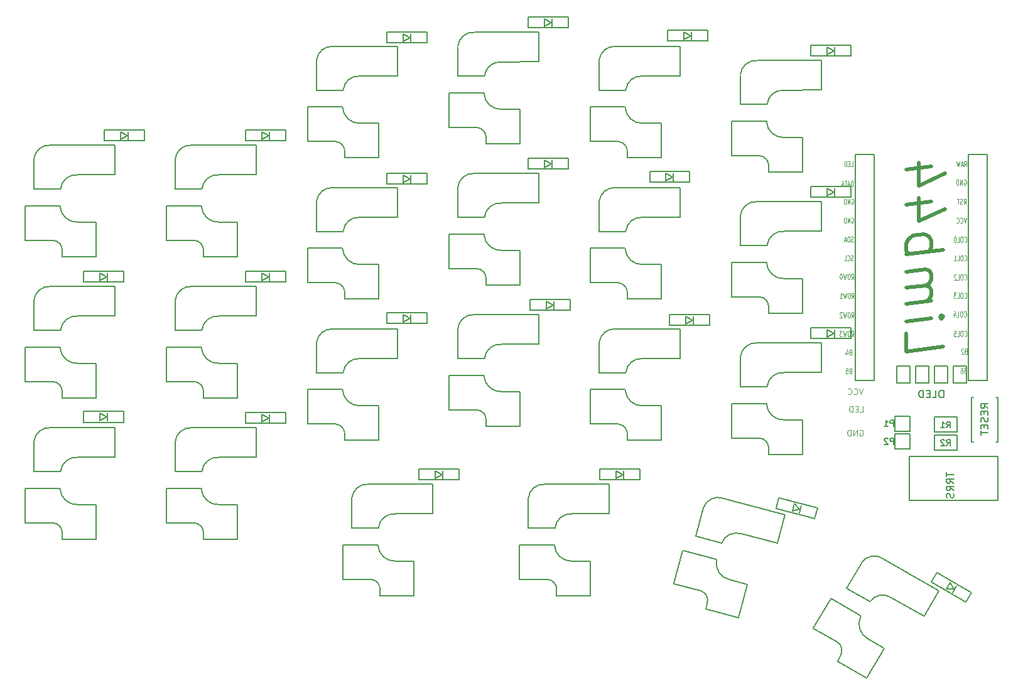
<source format=gbr>
%TF.GenerationSoftware,KiCad,Pcbnew,(5.1.7)-1*%
%TF.CreationDate,2020-11-08T23:06:54+09:00*%
%TF.ProjectId,limb44,6c696d62-3434-42e6-9b69-6361645f7063,rev?*%
%TF.SameCoordinates,Original*%
%TF.FileFunction,Legend,Bot*%
%TF.FilePolarity,Positive*%
%FSLAX46Y46*%
G04 Gerber Fmt 4.6, Leading zero omitted, Abs format (unit mm)*
G04 Created by KiCad (PCBNEW (5.1.7)-1) date 2020-11-08 23:06:54*
%MOMM*%
%LPD*%
G01*
G04 APERTURE LIST*
%ADD10C,0.100000*%
%ADD11C,0.500000*%
%ADD12C,0.150000*%
%ADD13C,0.125000*%
G04 APERTURE END LIST*
D10*
X175742523Y-110979000D02*
X175818714Y-110940904D01*
X175933000Y-110940904D01*
X176047285Y-110979000D01*
X176123476Y-111055190D01*
X176161571Y-111131380D01*
X176199666Y-111283761D01*
X176199666Y-111398047D01*
X176161571Y-111550428D01*
X176123476Y-111626619D01*
X176047285Y-111702809D01*
X175933000Y-111740904D01*
X175856809Y-111740904D01*
X175742523Y-111702809D01*
X175704428Y-111664714D01*
X175704428Y-111398047D01*
X175856809Y-111398047D01*
X175361571Y-111740904D02*
X175361571Y-110940904D01*
X174904428Y-111740904D01*
X174904428Y-110940904D01*
X174523476Y-111740904D02*
X174523476Y-110940904D01*
X174333000Y-110940904D01*
X174218714Y-110979000D01*
X174142523Y-111055190D01*
X174104428Y-111131380D01*
X174066333Y-111283761D01*
X174066333Y-111398047D01*
X174104428Y-111550428D01*
X174142523Y-111626619D01*
X174218714Y-111702809D01*
X174333000Y-111740904D01*
X174523476Y-111740904D01*
X175774285Y-108565904D02*
X176155238Y-108565904D01*
X176155238Y-107765904D01*
X175507619Y-108146857D02*
X175240952Y-108146857D01*
X175126666Y-108565904D02*
X175507619Y-108565904D01*
X175507619Y-107765904D01*
X175126666Y-107765904D01*
X174783809Y-108565904D02*
X174783809Y-107765904D01*
X174593333Y-107765904D01*
X174479047Y-107804000D01*
X174402857Y-107880190D01*
X174364761Y-107956380D01*
X174326666Y-108108761D01*
X174326666Y-108223047D01*
X174364761Y-108375428D01*
X174402857Y-108451619D01*
X174479047Y-108527809D01*
X174593333Y-108565904D01*
X174783809Y-108565904D01*
X176199666Y-105352904D02*
X175933000Y-106152904D01*
X175666333Y-105352904D01*
X174942523Y-106076714D02*
X174980619Y-106114809D01*
X175094904Y-106152904D01*
X175171095Y-106152904D01*
X175285380Y-106114809D01*
X175361571Y-106038619D01*
X175399666Y-105962428D01*
X175437761Y-105810047D01*
X175437761Y-105695761D01*
X175399666Y-105543380D01*
X175361571Y-105467190D01*
X175285380Y-105391000D01*
X175171095Y-105352904D01*
X175094904Y-105352904D01*
X174980619Y-105391000D01*
X174942523Y-105429095D01*
X174142523Y-106076714D02*
X174180619Y-106114809D01*
X174294904Y-106152904D01*
X174371095Y-106152904D01*
X174485380Y-106114809D01*
X174561571Y-106038619D01*
X174599666Y-105962428D01*
X174637761Y-105810047D01*
X174637761Y-105695761D01*
X174599666Y-105543380D01*
X174561571Y-105467190D01*
X174485380Y-105391000D01*
X174371095Y-105352904D01*
X174294904Y-105352904D01*
X174180619Y-105391000D01*
X174142523Y-105429095D01*
D11*
X182015095Y-97982613D02*
X182015095Y-100363565D01*
X187015095Y-99738565D01*
X182015095Y-96315946D02*
X185348428Y-95899279D01*
X187015095Y-95690946D02*
X186777000Y-95958803D01*
X186538904Y-95750470D01*
X186777000Y-95482613D01*
X187015095Y-95690946D01*
X186538904Y-95750470D01*
X182015095Y-93934994D02*
X185348428Y-93518327D01*
X184872238Y-93577851D02*
X185110333Y-93309994D01*
X185348428Y-92804041D01*
X185348428Y-92089755D01*
X185110333Y-91643327D01*
X184634142Y-91464755D01*
X182015095Y-91792136D01*
X184634142Y-91464755D02*
X185110333Y-91167136D01*
X185348428Y-90661184D01*
X185348428Y-89946898D01*
X185110333Y-89500470D01*
X184634142Y-89321898D01*
X182015095Y-89649279D01*
X182015095Y-87268327D02*
X187015095Y-86643327D01*
X185110333Y-86881422D02*
X185348428Y-86375470D01*
X185348428Y-85423089D01*
X185110333Y-84976660D01*
X184872238Y-84768327D01*
X184396047Y-84589755D01*
X182967476Y-84768327D01*
X182491285Y-85065946D01*
X182253190Y-85333803D01*
X182015095Y-85839755D01*
X182015095Y-86792136D01*
X182253190Y-87238565D01*
X185348428Y-80184994D02*
X182015095Y-80601660D01*
X187253190Y-81137375D02*
X183681761Y-82774279D01*
X183681761Y-79679041D01*
X185348428Y-75423089D02*
X182015095Y-75839755D01*
X187253190Y-76375470D02*
X183681761Y-78012375D01*
X183681761Y-74917136D01*
D12*
%TO.C,SW5*%
X144405000Y-73540000D02*
X144405000Y-74240000D01*
X139410000Y-67440000D02*
X139385000Y-72040000D01*
X148985000Y-69640000D02*
X148985000Y-74240000D01*
X143185000Y-72065000D02*
X139410000Y-72065000D01*
X144110000Y-67415000D02*
X139410000Y-67415000D01*
X148960000Y-69615000D02*
X146410000Y-69615000D01*
X148960000Y-74265000D02*
X144410000Y-74265000D01*
X151485000Y-63190000D02*
X146435000Y-63236000D01*
X151485000Y-63144000D02*
X151485000Y-59236000D01*
X151485000Y-59236000D02*
X142860000Y-59236000D01*
X140585000Y-61190000D02*
X140585000Y-65135000D01*
X140585000Y-65144000D02*
X144195000Y-65144000D01*
X144405000Y-73490000D02*
G75*
G03*
X143185000Y-72070000I-1320000J100000D01*
G01*
X144115000Y-67440000D02*
G75*
G03*
X146485000Y-69610000I2270000J100000D01*
G01*
X144200000Y-65120000D02*
G75*
G02*
X146460000Y-63240000I2070000J-190000D01*
G01*
X140596000Y-61120000D02*
G75*
G02*
X142860000Y-59236000I2074000J-190000D01*
G01*
%TO.C,P1*%
X180483000Y-109109000D02*
X182483000Y-109109000D01*
X182483000Y-109109000D02*
X182483000Y-111109000D01*
X182483000Y-111109000D02*
X180483000Y-111109000D01*
X180483000Y-111109000D02*
X180483000Y-109109000D01*
%TO.C,P2*%
X180483000Y-113522000D02*
X180483000Y-111522000D01*
X182483000Y-113522000D02*
X180483000Y-113522000D01*
X182483000Y-111522000D02*
X182483000Y-113522000D01*
X180483000Y-111522000D02*
X182483000Y-111522000D01*
%TO.C,SW1*%
X64385000Y-78469000D02*
X67995000Y-78469000D01*
X64385000Y-74515000D02*
X64385000Y-78460000D01*
X75285000Y-72561000D02*
X66660000Y-72561000D01*
X75285000Y-76469000D02*
X75285000Y-72561000D01*
X75285000Y-76515000D02*
X70235000Y-76561000D01*
X72760000Y-87590000D02*
X68210000Y-87590000D01*
X72760000Y-82940000D02*
X70210000Y-82940000D01*
X67910000Y-80740000D02*
X63210000Y-80740000D01*
X66985000Y-85390000D02*
X63210000Y-85390000D01*
X72785000Y-82965000D02*
X72785000Y-87565000D01*
X63210000Y-80765000D02*
X63185000Y-85365000D01*
X68205000Y-86865000D02*
X68205000Y-87565000D01*
X64396000Y-74445000D02*
G75*
G02*
X66660000Y-72561000I2074000J-190000D01*
G01*
X68000000Y-78445000D02*
G75*
G02*
X70260000Y-76565000I2070000J-190000D01*
G01*
X67915000Y-80765000D02*
G75*
G03*
X70285000Y-82935000I2270000J100000D01*
G01*
X68205000Y-86815000D02*
G75*
G03*
X66985000Y-85395000I-1320000J100000D01*
G01*
%TO.C,SW18*%
X163455000Y-113535000D02*
X163455000Y-114235000D01*
X158460000Y-107435000D02*
X158435000Y-112035000D01*
X168035000Y-109635000D02*
X168035000Y-114235000D01*
X162235000Y-112060000D02*
X158460000Y-112060000D01*
X163160000Y-107410000D02*
X158460000Y-107410000D01*
X168010000Y-109610000D02*
X165460000Y-109610000D01*
X168010000Y-114260000D02*
X163460000Y-114260000D01*
X170535000Y-103185000D02*
X165485000Y-103231000D01*
X170535000Y-103139000D02*
X170535000Y-99231000D01*
X170535000Y-99231000D02*
X161910000Y-99231000D01*
X159635000Y-101185000D02*
X159635000Y-105130000D01*
X159635000Y-105139000D02*
X163245000Y-105139000D01*
X163455000Y-113485000D02*
G75*
G03*
X162235000Y-112065000I-1320000J100000D01*
G01*
X163165000Y-107435000D02*
G75*
G03*
X165535000Y-109605000I2270000J100000D01*
G01*
X163250000Y-105115000D02*
G75*
G02*
X165510000Y-103235000I2070000J-190000D01*
G01*
X159646000Y-101115000D02*
G75*
G02*
X161910000Y-99231000I2074000J-190000D01*
G01*
%TO.C,SW22*%
X173975245Y-132314041D02*
X177101597Y-134119041D01*
X175952245Y-128889777D02*
X173979745Y-132306247D01*
X186368922Y-132647563D02*
X178899453Y-128335063D01*
X184414922Y-136031990D02*
X186368922Y-132647563D01*
X184391922Y-136071828D02*
X179995494Y-133586665D01*
X176667708Y-144400559D02*
X172727292Y-142125559D01*
X178992708Y-140373541D02*
X176784343Y-139098541D01*
X175892485Y-136043285D02*
X171822165Y-133693285D01*
X172766411Y-139607803D02*
X169497165Y-137720303D01*
X179001858Y-140407691D02*
X176701858Y-144391408D01*
X171809665Y-133714936D02*
X169488015Y-137686152D01*
X173085462Y-141495191D02*
X172735462Y-142101408D01*
X175996771Y-128834655D02*
G75*
G02*
X178899453Y-128335063I1701137J-1201545D01*
G01*
X177117927Y-134100756D02*
G75*
G02*
X180015144Y-133602629I1697672J-1199545D01*
G01*
X175884314Y-136067436D02*
G75*
G03*
X176851795Y-139131711I2015878J-1048397D01*
G01*
X173110463Y-141451889D02*
G75*
G03*
X172763911Y-139612133I-1093154J746602D01*
G01*
%TO.C,SW12*%
X163455000Y-94485000D02*
X163455000Y-95185000D01*
X158460000Y-88385000D02*
X158435000Y-92985000D01*
X168035000Y-90585000D02*
X168035000Y-95185000D01*
X162235000Y-93010000D02*
X158460000Y-93010000D01*
X163160000Y-88360000D02*
X158460000Y-88360000D01*
X168010000Y-90560000D02*
X165460000Y-90560000D01*
X168010000Y-95210000D02*
X163460000Y-95210000D01*
X170535000Y-84135000D02*
X165485000Y-84181000D01*
X170535000Y-84089000D02*
X170535000Y-80181000D01*
X170535000Y-80181000D02*
X161910000Y-80181000D01*
X159635000Y-82135000D02*
X159635000Y-86080000D01*
X159635000Y-86089000D02*
X163245000Y-86089000D01*
X163455000Y-94435000D02*
G75*
G03*
X162235000Y-93015000I-1320000J100000D01*
G01*
X163165000Y-88385000D02*
G75*
G03*
X165535000Y-90555000I2270000J100000D01*
G01*
X163250000Y-86065000D02*
G75*
G02*
X165510000Y-84185000I2070000J-190000D01*
G01*
X159646000Y-82065000D02*
G75*
G02*
X161910000Y-80181000I2074000J-190000D01*
G01*
%TO.C,SW4*%
X125355000Y-71645000D02*
X125355000Y-72345000D01*
X120360000Y-65545000D02*
X120335000Y-70145000D01*
X129935000Y-67745000D02*
X129935000Y-72345000D01*
X124135000Y-70170000D02*
X120360000Y-70170000D01*
X125060000Y-65520000D02*
X120360000Y-65520000D01*
X129910000Y-67720000D02*
X127360000Y-67720000D01*
X129910000Y-72370000D02*
X125360000Y-72370000D01*
X132435000Y-61295000D02*
X127385000Y-61341000D01*
X132435000Y-61249000D02*
X132435000Y-57341000D01*
X132435000Y-57341000D02*
X123810000Y-57341000D01*
X121535000Y-59295000D02*
X121535000Y-63240000D01*
X121535000Y-63249000D02*
X125145000Y-63249000D01*
X125355000Y-71595000D02*
G75*
G03*
X124135000Y-70175000I-1320000J100000D01*
G01*
X125065000Y-65545000D02*
G75*
G03*
X127435000Y-67715000I2270000J100000D01*
G01*
X125150000Y-63225000D02*
G75*
G02*
X127410000Y-61345000I2070000J-190000D01*
G01*
X121546000Y-59225000D02*
G75*
G02*
X123810000Y-57341000I2074000J-190000D01*
G01*
%TO.C,SW13*%
X68205000Y-124965000D02*
X68205000Y-125665000D01*
X63210000Y-118865000D02*
X63185000Y-123465000D01*
X72785000Y-121065000D02*
X72785000Y-125665000D01*
X66985000Y-123490000D02*
X63210000Y-123490000D01*
X67910000Y-118840000D02*
X63210000Y-118840000D01*
X72760000Y-121040000D02*
X70210000Y-121040000D01*
X72760000Y-125690000D02*
X68210000Y-125690000D01*
X75285000Y-114615000D02*
X70235000Y-114661000D01*
X75285000Y-114569000D02*
X75285000Y-110661000D01*
X75285000Y-110661000D02*
X66660000Y-110661000D01*
X64385000Y-112615000D02*
X64385000Y-116560000D01*
X64385000Y-116569000D02*
X67995000Y-116569000D01*
X68205000Y-124915000D02*
G75*
G03*
X66985000Y-123495000I-1320000J100000D01*
G01*
X67915000Y-118865000D02*
G75*
G03*
X70285000Y-121035000I2270000J100000D01*
G01*
X68000000Y-116545000D02*
G75*
G02*
X70260000Y-114665000I2070000J-190000D01*
G01*
X64396000Y-112545000D02*
G75*
G02*
X66660000Y-110661000I2074000J-190000D01*
G01*
%TO.C,D11*%
X150614000Y-77325000D02*
X150614000Y-76325000D01*
X150514000Y-76825000D02*
X149614000Y-77325000D01*
X149614000Y-77325000D02*
X149614000Y-76325000D01*
X149614000Y-76325000D02*
X150514000Y-76825000D01*
X147414000Y-77575000D02*
X152814000Y-77575000D01*
X152814000Y-77575000D02*
X152814000Y-76075000D01*
X152814000Y-76075000D02*
X147414000Y-76075000D01*
X147414000Y-76075000D02*
X147414000Y-77575000D01*
%TO.C,SW11*%
X140585000Y-84194000D02*
X144195000Y-84194000D01*
X140585000Y-80240000D02*
X140585000Y-84185000D01*
X151485000Y-78286000D02*
X142860000Y-78286000D01*
X151485000Y-82194000D02*
X151485000Y-78286000D01*
X151485000Y-82240000D02*
X146435000Y-82286000D01*
X148960000Y-93315000D02*
X144410000Y-93315000D01*
X148960000Y-88665000D02*
X146410000Y-88665000D01*
X144110000Y-86465000D02*
X139410000Y-86465000D01*
X143185000Y-91115000D02*
X139410000Y-91115000D01*
X148985000Y-88690000D02*
X148985000Y-93290000D01*
X139410000Y-86490000D02*
X139385000Y-91090000D01*
X144405000Y-92590000D02*
X144405000Y-93290000D01*
X140596000Y-80170000D02*
G75*
G02*
X142860000Y-78286000I2074000J-190000D01*
G01*
X144200000Y-84170000D02*
G75*
G02*
X146460000Y-82290000I2070000J-190000D01*
G01*
X144115000Y-86490000D02*
G75*
G03*
X146485000Y-88660000I2270000J100000D01*
G01*
X144405000Y-92540000D02*
G75*
G03*
X143185000Y-91120000I-1320000J100000D01*
G01*
%TO.C,SW8*%
X87255000Y-105915000D02*
X87255000Y-106615000D01*
X82260000Y-99815000D02*
X82235000Y-104415000D01*
X91835000Y-102015000D02*
X91835000Y-106615000D01*
X86035000Y-104440000D02*
X82260000Y-104440000D01*
X86960000Y-99790000D02*
X82260000Y-99790000D01*
X91810000Y-101990000D02*
X89260000Y-101990000D01*
X91810000Y-106640000D02*
X87260000Y-106640000D01*
X94335000Y-95565000D02*
X89285000Y-95611000D01*
X94335000Y-95519000D02*
X94335000Y-91611000D01*
X94335000Y-91611000D02*
X85710000Y-91611000D01*
X83435000Y-93565000D02*
X83435000Y-97510000D01*
X83435000Y-97519000D02*
X87045000Y-97519000D01*
X87255000Y-105865000D02*
G75*
G03*
X86035000Y-104445000I-1320000J100000D01*
G01*
X86965000Y-99815000D02*
G75*
G03*
X89335000Y-101985000I2270000J100000D01*
G01*
X87050000Y-97495000D02*
G75*
G02*
X89310000Y-95615000I2070000J-190000D01*
G01*
X83446000Y-93495000D02*
G75*
G02*
X85710000Y-91611000I2074000J-190000D01*
G01*
%TO.C,SW7*%
X64385000Y-97519000D02*
X67995000Y-97519000D01*
X64385000Y-93565000D02*
X64385000Y-97510000D01*
X75285000Y-91611000D02*
X66660000Y-91611000D01*
X75285000Y-95519000D02*
X75285000Y-91611000D01*
X75285000Y-95565000D02*
X70235000Y-95611000D01*
X72760000Y-106640000D02*
X68210000Y-106640000D01*
X72760000Y-101990000D02*
X70210000Y-101990000D01*
X67910000Y-99790000D02*
X63210000Y-99790000D01*
X66985000Y-104440000D02*
X63210000Y-104440000D01*
X72785000Y-102015000D02*
X72785000Y-106615000D01*
X63210000Y-99815000D02*
X63185000Y-104415000D01*
X68205000Y-105915000D02*
X68205000Y-106615000D01*
X64396000Y-93495000D02*
G75*
G02*
X66660000Y-91611000I2074000J-190000D01*
G01*
X68000000Y-97495000D02*
G75*
G02*
X70260000Y-95615000I2070000J-190000D01*
G01*
X67915000Y-99815000D02*
G75*
G03*
X70285000Y-101985000I2270000J100000D01*
G01*
X68205000Y-105865000D02*
G75*
G03*
X66985000Y-104445000I-1320000J100000D01*
G01*
%TO.C,J1*%
X182387000Y-114503000D02*
X194387000Y-114503000D01*
X182387000Y-120503000D02*
X182387000Y-114503000D01*
X194387000Y-120503000D02*
X182387000Y-120503000D01*
X194387000Y-114503000D02*
X194387000Y-120503000D01*
%TO.C,RSW1*%
X190837000Y-106601000D02*
X191087000Y-106601000D01*
X190837000Y-112601000D02*
X190837000Y-106601000D01*
X191087000Y-112601000D02*
X190837000Y-112601000D01*
X194337000Y-112601000D02*
X194087000Y-112601000D01*
X194337000Y-106601000D02*
X194337000Y-112601000D01*
X194087000Y-106601000D02*
X194337000Y-106601000D01*
%TO.C,SW2*%
X87255000Y-86865000D02*
X87255000Y-87565000D01*
X82260000Y-80765000D02*
X82235000Y-85365000D01*
X91835000Y-82965000D02*
X91835000Y-87565000D01*
X86035000Y-85390000D02*
X82260000Y-85390000D01*
X86960000Y-80740000D02*
X82260000Y-80740000D01*
X91810000Y-82940000D02*
X89260000Y-82940000D01*
X91810000Y-87590000D02*
X87260000Y-87590000D01*
X94335000Y-76515000D02*
X89285000Y-76561000D01*
X94335000Y-76469000D02*
X94335000Y-72561000D01*
X94335000Y-72561000D02*
X85710000Y-72561000D01*
X83435000Y-74515000D02*
X83435000Y-78460000D01*
X83435000Y-78469000D02*
X87045000Y-78469000D01*
X87255000Y-86815000D02*
G75*
G03*
X86035000Y-85395000I-1320000J100000D01*
G01*
X86965000Y-80765000D02*
G75*
G03*
X89335000Y-82935000I2270000J100000D01*
G01*
X87050000Y-78445000D02*
G75*
G02*
X89310000Y-76565000I2070000J-190000D01*
G01*
X83446000Y-74445000D02*
G75*
G02*
X85710000Y-72561000I2074000J-190000D01*
G01*
%TO.C,SW3*%
X106305000Y-73540000D02*
X106305000Y-74240000D01*
X101310000Y-67440000D02*
X101285000Y-72040000D01*
X110885000Y-69640000D02*
X110885000Y-74240000D01*
X105085000Y-72065000D02*
X101310000Y-72065000D01*
X106010000Y-67415000D02*
X101310000Y-67415000D01*
X110860000Y-69615000D02*
X108310000Y-69615000D01*
X110860000Y-74265000D02*
X106310000Y-74265000D01*
X113385000Y-63190000D02*
X108335000Y-63236000D01*
X113385000Y-63144000D02*
X113385000Y-59236000D01*
X113385000Y-59236000D02*
X104760000Y-59236000D01*
X102485000Y-61190000D02*
X102485000Y-65135000D01*
X102485000Y-65144000D02*
X106095000Y-65144000D01*
X106305000Y-73490000D02*
G75*
G03*
X105085000Y-72070000I-1320000J100000D01*
G01*
X106015000Y-67440000D02*
G75*
G03*
X108385000Y-69610000I2270000J100000D01*
G01*
X106100000Y-65120000D02*
G75*
G02*
X108360000Y-63240000I2070000J-190000D01*
G01*
X102496000Y-61120000D02*
G75*
G02*
X104760000Y-59236000I2074000J-190000D01*
G01*
%TO.C,SW6*%
X159635000Y-67059000D02*
X163245000Y-67059000D01*
X159635000Y-63105000D02*
X159635000Y-67050000D01*
X170535000Y-61151000D02*
X161910000Y-61151000D01*
X170535000Y-65059000D02*
X170535000Y-61151000D01*
X170535000Y-65105000D02*
X165485000Y-65151000D01*
X168010000Y-76180000D02*
X163460000Y-76180000D01*
X168010000Y-71530000D02*
X165460000Y-71530000D01*
X163160000Y-69330000D02*
X158460000Y-69330000D01*
X162235000Y-73980000D02*
X158460000Y-73980000D01*
X168035000Y-71555000D02*
X168035000Y-76155000D01*
X158460000Y-69355000D02*
X158435000Y-73955000D01*
X163455000Y-75455000D02*
X163455000Y-76155000D01*
X159646000Y-63035000D02*
G75*
G02*
X161910000Y-61151000I2074000J-190000D01*
G01*
X163250000Y-67035000D02*
G75*
G02*
X165510000Y-65155000I2070000J-190000D01*
G01*
X163165000Y-69355000D02*
G75*
G03*
X165535000Y-71525000I2270000J100000D01*
G01*
X163455000Y-75405000D02*
G75*
G03*
X162235000Y-73985000I-1320000J100000D01*
G01*
%TO.C,SW9*%
X102485000Y-84194000D02*
X106095000Y-84194000D01*
X102485000Y-80240000D02*
X102485000Y-84185000D01*
X113385000Y-78286000D02*
X104760000Y-78286000D01*
X113385000Y-82194000D02*
X113385000Y-78286000D01*
X113385000Y-82240000D02*
X108335000Y-82286000D01*
X110860000Y-93315000D02*
X106310000Y-93315000D01*
X110860000Y-88665000D02*
X108310000Y-88665000D01*
X106010000Y-86465000D02*
X101310000Y-86465000D01*
X105085000Y-91115000D02*
X101310000Y-91115000D01*
X110885000Y-88690000D02*
X110885000Y-93290000D01*
X101310000Y-86490000D02*
X101285000Y-91090000D01*
X106305000Y-92590000D02*
X106305000Y-93290000D01*
X102496000Y-80170000D02*
G75*
G02*
X104760000Y-78286000I2074000J-190000D01*
G01*
X106100000Y-84170000D02*
G75*
G02*
X108360000Y-82290000I2070000J-190000D01*
G01*
X106015000Y-86490000D02*
G75*
G03*
X108385000Y-88660000I2270000J100000D01*
G01*
X106305000Y-92540000D02*
G75*
G03*
X105085000Y-91120000I-1320000J100000D01*
G01*
%TO.C,SW10*%
X121535000Y-82279000D02*
X125145000Y-82279000D01*
X121535000Y-78325000D02*
X121535000Y-82270000D01*
X132435000Y-76371000D02*
X123810000Y-76371000D01*
X132435000Y-80279000D02*
X132435000Y-76371000D01*
X132435000Y-80325000D02*
X127385000Y-80371000D01*
X129910000Y-91400000D02*
X125360000Y-91400000D01*
X129910000Y-86750000D02*
X127360000Y-86750000D01*
X125060000Y-84550000D02*
X120360000Y-84550000D01*
X124135000Y-89200000D02*
X120360000Y-89200000D01*
X129935000Y-86775000D02*
X129935000Y-91375000D01*
X120360000Y-84575000D02*
X120335000Y-89175000D01*
X125355000Y-90675000D02*
X125355000Y-91375000D01*
X121546000Y-78255000D02*
G75*
G02*
X123810000Y-76371000I2074000J-190000D01*
G01*
X125150000Y-82255000D02*
G75*
G02*
X127410000Y-80375000I2070000J-190000D01*
G01*
X125065000Y-84575000D02*
G75*
G03*
X127435000Y-86745000I2270000J100000D01*
G01*
X125355000Y-90625000D02*
G75*
G03*
X124135000Y-89205000I-1320000J100000D01*
G01*
%TO.C,SW14*%
X83435000Y-116569000D02*
X87045000Y-116569000D01*
X83435000Y-112615000D02*
X83435000Y-116560000D01*
X94335000Y-110661000D02*
X85710000Y-110661000D01*
X94335000Y-114569000D02*
X94335000Y-110661000D01*
X94335000Y-114615000D02*
X89285000Y-114661000D01*
X91810000Y-125690000D02*
X87260000Y-125690000D01*
X91810000Y-121040000D02*
X89260000Y-121040000D01*
X86960000Y-118840000D02*
X82260000Y-118840000D01*
X86035000Y-123490000D02*
X82260000Y-123490000D01*
X91835000Y-121065000D02*
X91835000Y-125665000D01*
X82260000Y-118865000D02*
X82235000Y-123465000D01*
X87255000Y-124965000D02*
X87255000Y-125665000D01*
X83446000Y-112545000D02*
G75*
G02*
X85710000Y-110661000I2074000J-190000D01*
G01*
X87050000Y-116545000D02*
G75*
G02*
X89310000Y-114665000I2070000J-190000D01*
G01*
X86965000Y-118865000D02*
G75*
G03*
X89335000Y-121035000I2270000J100000D01*
G01*
X87255000Y-124915000D02*
G75*
G03*
X86035000Y-123495000I-1320000J100000D01*
G01*
%TO.C,SW15*%
X106305000Y-111640000D02*
X106305000Y-112340000D01*
X101310000Y-105540000D02*
X101285000Y-110140000D01*
X110885000Y-107740000D02*
X110885000Y-112340000D01*
X105085000Y-110165000D02*
X101310000Y-110165000D01*
X106010000Y-105515000D02*
X101310000Y-105515000D01*
X110860000Y-107715000D02*
X108310000Y-107715000D01*
X110860000Y-112365000D02*
X106310000Y-112365000D01*
X113385000Y-101290000D02*
X108335000Y-101336000D01*
X113385000Y-101244000D02*
X113385000Y-97336000D01*
X113385000Y-97336000D02*
X104760000Y-97336000D01*
X102485000Y-99290000D02*
X102485000Y-103235000D01*
X102485000Y-103244000D02*
X106095000Y-103244000D01*
X106305000Y-111590000D02*
G75*
G03*
X105085000Y-110170000I-1320000J100000D01*
G01*
X106015000Y-105540000D02*
G75*
G03*
X108385000Y-107710000I2270000J100000D01*
G01*
X106100000Y-103220000D02*
G75*
G02*
X108360000Y-101340000I2070000J-190000D01*
G01*
X102496000Y-99220000D02*
G75*
G02*
X104760000Y-97336000I2074000J-190000D01*
G01*
%TO.C,SW16*%
X121535000Y-101329000D02*
X125145000Y-101329000D01*
X121535000Y-97375000D02*
X121535000Y-101320000D01*
X132435000Y-95421000D02*
X123810000Y-95421000D01*
X132435000Y-99329000D02*
X132435000Y-95421000D01*
X132435000Y-99375000D02*
X127385000Y-99421000D01*
X129910000Y-110450000D02*
X125360000Y-110450000D01*
X129910000Y-105800000D02*
X127360000Y-105800000D01*
X125060000Y-103600000D02*
X120360000Y-103600000D01*
X124135000Y-108250000D02*
X120360000Y-108250000D01*
X129935000Y-105825000D02*
X129935000Y-110425000D01*
X120360000Y-103625000D02*
X120335000Y-108225000D01*
X125355000Y-109725000D02*
X125355000Y-110425000D01*
X121546000Y-97305000D02*
G75*
G02*
X123810000Y-95421000I2074000J-190000D01*
G01*
X125150000Y-101305000D02*
G75*
G02*
X127410000Y-99425000I2070000J-190000D01*
G01*
X125065000Y-103625000D02*
G75*
G03*
X127435000Y-105795000I2270000J100000D01*
G01*
X125355000Y-109675000D02*
G75*
G03*
X124135000Y-108255000I-1320000J100000D01*
G01*
%TO.C,SW17*%
X140585000Y-103244000D02*
X144195000Y-103244000D01*
X140585000Y-99290000D02*
X140585000Y-103235000D01*
X151485000Y-97336000D02*
X142860000Y-97336000D01*
X151485000Y-101244000D02*
X151485000Y-97336000D01*
X151485000Y-101290000D02*
X146435000Y-101336000D01*
X148960000Y-112365000D02*
X144410000Y-112365000D01*
X148960000Y-107715000D02*
X146410000Y-107715000D01*
X144110000Y-105515000D02*
X139410000Y-105515000D01*
X143185000Y-110165000D02*
X139410000Y-110165000D01*
X148985000Y-107740000D02*
X148985000Y-112340000D01*
X139410000Y-105540000D02*
X139385000Y-110140000D01*
X144405000Y-111640000D02*
X144405000Y-112340000D01*
X140596000Y-99220000D02*
G75*
G02*
X142860000Y-97336000I2074000J-190000D01*
G01*
X144200000Y-103220000D02*
G75*
G02*
X146460000Y-101340000I2070000J-190000D01*
G01*
X144115000Y-105540000D02*
G75*
G03*
X146485000Y-107710000I2270000J100000D01*
G01*
X144405000Y-111590000D02*
G75*
G03*
X143185000Y-110170000I-1320000J100000D01*
G01*
%TO.C,SW19*%
X107240000Y-124189000D02*
X110850000Y-124189000D01*
X107240000Y-120235000D02*
X107240000Y-124180000D01*
X118140000Y-118281000D02*
X109515000Y-118281000D01*
X118140000Y-122189000D02*
X118140000Y-118281000D01*
X118140000Y-122235000D02*
X113090000Y-122281000D01*
X115615000Y-133310000D02*
X111065000Y-133310000D01*
X115615000Y-128660000D02*
X113065000Y-128660000D01*
X110765000Y-126460000D02*
X106065000Y-126460000D01*
X109840000Y-131110000D02*
X106065000Y-131110000D01*
X115639999Y-128685000D02*
X115639999Y-133285000D01*
X106065000Y-126485000D02*
X106040000Y-131084999D01*
X111060000Y-132585000D02*
X111060000Y-133285000D01*
X107251000Y-120165000D02*
G75*
G02*
X109515000Y-118281000I2074000J-190000D01*
G01*
X110854999Y-124164999D02*
G75*
G02*
X113115000Y-122285000I2070000J-190001D01*
G01*
X110770000Y-126485000D02*
G75*
G03*
X113140000Y-128655000I2270000J100000D01*
G01*
X111060001Y-132534999D02*
G75*
G03*
X109840000Y-131115000I-1320000J99999D01*
G01*
%TO.C,SW20*%
X131050000Y-124189000D02*
X134660000Y-124189000D01*
X131050000Y-120235000D02*
X131050000Y-124180000D01*
X141950000Y-118281000D02*
X133325000Y-118281000D01*
X141950000Y-122189000D02*
X141950000Y-118281000D01*
X141950000Y-122235000D02*
X136900000Y-122281000D01*
X139425000Y-133310000D02*
X134875000Y-133310000D01*
X139425000Y-128660000D02*
X136875000Y-128660000D01*
X134575000Y-126460000D02*
X129875000Y-126460000D01*
X133650000Y-131110000D02*
X129875000Y-131110000D01*
X139450000Y-128685000D02*
X139450000Y-133285000D01*
X129875000Y-126485000D02*
X129850000Y-131085000D01*
X134870000Y-132585000D02*
X134870000Y-133285000D01*
X131061000Y-120165000D02*
G75*
G02*
X133325000Y-118281000I2074000J-190000D01*
G01*
X134665000Y-124165000D02*
G75*
G02*
X136925000Y-122285000I2070000J-190000D01*
G01*
X134580000Y-126485000D02*
G75*
G03*
X136950000Y-128655000I2270000J100000D01*
G01*
X134870000Y-132535000D02*
G75*
G03*
X133650000Y-131115000I-1320000J100000D01*
G01*
%TO.C,SW21*%
X155141546Y-134404336D02*
X154960373Y-135080484D01*
X151895543Y-127219388D02*
X150680827Y-131656176D01*
X160574881Y-131822617D02*
X159384313Y-136265876D01*
X154344875Y-132663836D02*
X150698505Y-131686795D01*
X156441865Y-128411689D02*
X151902013Y-127195239D01*
X160557203Y-131791998D02*
X158094092Y-131132010D01*
X159353695Y-136283553D02*
X154958732Y-135105927D01*
X164659078Y-126239443D02*
X159769247Y-124976839D01*
X164670984Y-126195010D02*
X165682449Y-122420172D01*
X165682449Y-122420172D02*
X157351338Y-120187858D01*
X154648125Y-121486464D02*
X153627084Y-125297041D01*
X153624754Y-125305734D02*
X157111747Y-126240071D01*
X155154487Y-134356040D02*
G75*
G03*
X154343581Y-132668666I-1249140J438234D01*
G01*
X156440224Y-128437132D02*
G75*
G03*
X158167831Y-131146591I2218533J-490926D01*
G01*
X157122788Y-126218183D02*
G75*
G02*
X159792360Y-124987173I1950291J-719281D01*
G01*
X154676868Y-121421696D02*
G75*
G02*
X157351338Y-120187858I1954154J-720316D01*
G01*
%TO.C,U1*%
X175133000Y-104267000D02*
X175133000Y-73787000D01*
X177673000Y-104267000D02*
X175133000Y-104267000D01*
X177673000Y-73787000D02*
X177673000Y-104267000D01*
X175133000Y-73787000D02*
X177673000Y-73787000D01*
X190373000Y-104267000D02*
X190373000Y-73787000D01*
X192913000Y-104267000D02*
X190373000Y-104267000D01*
X192913000Y-73787000D02*
X192913000Y-104267000D01*
X190373000Y-73787000D02*
X192913000Y-73787000D01*
%TO.C,D1*%
X73884000Y-70487000D02*
X73884000Y-71987000D01*
X79284000Y-70487000D02*
X73884000Y-70487000D01*
X79284000Y-71987000D02*
X79284000Y-70487000D01*
X73884000Y-71987000D02*
X79284000Y-71987000D01*
X76084000Y-70737000D02*
X76984000Y-71237000D01*
X76084000Y-71737000D02*
X76084000Y-70737000D01*
X76984000Y-71237000D02*
X76084000Y-71737000D01*
X77084000Y-71737000D02*
X77084000Y-70737000D01*
%TO.C,D2*%
X92934000Y-70487000D02*
X92934000Y-71987000D01*
X98334000Y-70487000D02*
X92934000Y-70487000D01*
X98334000Y-71987000D02*
X98334000Y-70487000D01*
X92934000Y-71987000D02*
X98334000Y-71987000D01*
X95134000Y-70737000D02*
X96034000Y-71237000D01*
X95134000Y-71737000D02*
X95134000Y-70737000D01*
X96034000Y-71237000D02*
X95134000Y-71737000D01*
X96134000Y-71737000D02*
X96134000Y-70737000D01*
%TO.C,D3*%
X115181000Y-58529000D02*
X115181000Y-57529000D01*
X115081000Y-58029000D02*
X114181000Y-58529000D01*
X114181000Y-58529000D02*
X114181000Y-57529000D01*
X114181000Y-57529000D02*
X115081000Y-58029000D01*
X111981000Y-58779000D02*
X117381000Y-58779000D01*
X117381000Y-58779000D02*
X117381000Y-57279000D01*
X117381000Y-57279000D02*
X111981000Y-57279000D01*
X111981000Y-57279000D02*
X111981000Y-58779000D01*
%TO.C,D4*%
X134234000Y-56497000D02*
X134234000Y-55497000D01*
X134134000Y-55997000D02*
X133234000Y-56497000D01*
X133234000Y-56497000D02*
X133234000Y-55497000D01*
X133234000Y-55497000D02*
X134134000Y-55997000D01*
X131034000Y-56747000D02*
X136434000Y-56747000D01*
X136434000Y-56747000D02*
X136434000Y-55247000D01*
X136434000Y-55247000D02*
X131034000Y-55247000D01*
X131034000Y-55247000D02*
X131034000Y-56747000D01*
%TO.C,D5*%
X153027000Y-58275000D02*
X153027000Y-57275000D01*
X152927000Y-57775000D02*
X152027000Y-58275000D01*
X152027000Y-58275000D02*
X152027000Y-57275000D01*
X152027000Y-57275000D02*
X152927000Y-57775000D01*
X149827000Y-58525000D02*
X155227000Y-58525000D01*
X155227000Y-58525000D02*
X155227000Y-57025000D01*
X155227000Y-57025000D02*
X149827000Y-57025000D01*
X149827000Y-57025000D02*
X149827000Y-58525000D01*
%TO.C,D6*%
X172331000Y-60307000D02*
X172331000Y-59307000D01*
X172231000Y-59807000D02*
X171331000Y-60307000D01*
X171331000Y-60307000D02*
X171331000Y-59307000D01*
X171331000Y-59307000D02*
X172231000Y-59807000D01*
X169131000Y-60557000D02*
X174531000Y-60557000D01*
X174531000Y-60557000D02*
X174531000Y-59057000D01*
X174531000Y-59057000D02*
X169131000Y-59057000D01*
X169131000Y-59057000D02*
X169131000Y-60557000D01*
%TO.C,D7*%
X71087000Y-89537000D02*
X71087000Y-91037000D01*
X76487000Y-89537000D02*
X71087000Y-89537000D01*
X76487000Y-91037000D02*
X76487000Y-89537000D01*
X71087000Y-91037000D02*
X76487000Y-91037000D01*
X73287000Y-89787000D02*
X74187000Y-90287000D01*
X73287000Y-90787000D02*
X73287000Y-89787000D01*
X74187000Y-90287000D02*
X73287000Y-90787000D01*
X74287000Y-90787000D02*
X74287000Y-89787000D01*
%TO.C,D8*%
X96131000Y-90787000D02*
X96131000Y-89787000D01*
X96031000Y-90287000D02*
X95131000Y-90787000D01*
X95131000Y-90787000D02*
X95131000Y-89787000D01*
X95131000Y-89787000D02*
X96031000Y-90287000D01*
X92931000Y-91037000D02*
X98331000Y-91037000D01*
X98331000Y-91037000D02*
X98331000Y-89537000D01*
X98331000Y-89537000D02*
X92931000Y-89537000D01*
X92931000Y-89537000D02*
X92931000Y-91037000D01*
%TO.C,D9*%
X111981000Y-76329000D02*
X111981000Y-77829000D01*
X117381000Y-76329000D02*
X111981000Y-76329000D01*
X117381000Y-77829000D02*
X117381000Y-76329000D01*
X111981000Y-77829000D02*
X117381000Y-77829000D01*
X114181000Y-76579000D02*
X115081000Y-77079000D01*
X114181000Y-77579000D02*
X114181000Y-76579000D01*
X115081000Y-77079000D02*
X114181000Y-77579000D01*
X115181000Y-77579000D02*
X115181000Y-76579000D01*
%TO.C,D10*%
X134231000Y-75547000D02*
X134231000Y-74547000D01*
X134131000Y-75047000D02*
X133231000Y-75547000D01*
X133231000Y-75547000D02*
X133231000Y-74547000D01*
X133231000Y-74547000D02*
X134131000Y-75047000D01*
X131031000Y-75797000D02*
X136431000Y-75797000D01*
X136431000Y-75797000D02*
X136431000Y-74297000D01*
X136431000Y-74297000D02*
X131031000Y-74297000D01*
X131031000Y-74297000D02*
X131031000Y-75797000D01*
%TO.C,D12*%
X169131000Y-78107000D02*
X169131000Y-79607000D01*
X174531000Y-78107000D02*
X169131000Y-78107000D01*
X174531000Y-79607000D02*
X174531000Y-78107000D01*
X169131000Y-79607000D02*
X174531000Y-79607000D01*
X171331000Y-78357000D02*
X172231000Y-78857000D01*
X171331000Y-79357000D02*
X171331000Y-78357000D01*
X172231000Y-78857000D02*
X171331000Y-79357000D01*
X172331000Y-79357000D02*
X172331000Y-78357000D01*
%TO.C,D13*%
X74287000Y-109710000D02*
X74287000Y-108710000D01*
X74187000Y-109210000D02*
X73287000Y-109710000D01*
X73287000Y-109710000D02*
X73287000Y-108710000D01*
X73287000Y-108710000D02*
X74187000Y-109210000D01*
X71087000Y-109960000D02*
X76487000Y-109960000D01*
X76487000Y-109960000D02*
X76487000Y-108460000D01*
X76487000Y-108460000D02*
X71087000Y-108460000D01*
X71087000Y-108460000D02*
X71087000Y-109960000D01*
%TO.C,D14*%
X96134000Y-109837000D02*
X96134000Y-108837000D01*
X96034000Y-109337000D02*
X95134000Y-109837000D01*
X95134000Y-109837000D02*
X95134000Y-108837000D01*
X95134000Y-108837000D02*
X96034000Y-109337000D01*
X92934000Y-110087000D02*
X98334000Y-110087000D01*
X98334000Y-110087000D02*
X98334000Y-108587000D01*
X98334000Y-108587000D02*
X92934000Y-108587000D01*
X92934000Y-108587000D02*
X92934000Y-110087000D01*
%TO.C,D15*%
X111984000Y-95125000D02*
X111984000Y-96625000D01*
X117384000Y-95125000D02*
X111984000Y-95125000D01*
X117384000Y-96625000D02*
X117384000Y-95125000D01*
X111984000Y-96625000D02*
X117384000Y-96625000D01*
X114184000Y-95375000D02*
X115084000Y-95875000D01*
X114184000Y-96375000D02*
X114184000Y-95375000D01*
X115084000Y-95875000D02*
X114184000Y-96375000D01*
X115184000Y-96375000D02*
X115184000Y-95375000D01*
%TO.C,D16*%
X131285000Y-93347000D02*
X131285000Y-94847000D01*
X136685000Y-93347000D02*
X131285000Y-93347000D01*
X136685000Y-94847000D02*
X136685000Y-93347000D01*
X131285000Y-94847000D02*
X136685000Y-94847000D01*
X133485000Y-93597000D02*
X134385000Y-94097000D01*
X133485000Y-94597000D02*
X133485000Y-93597000D01*
X134385000Y-94097000D02*
X133485000Y-94597000D01*
X134485000Y-94597000D02*
X134485000Y-93597000D01*
%TO.C,D17*%
X150084000Y-95379000D02*
X150084000Y-96879000D01*
X155484000Y-95379000D02*
X150084000Y-95379000D01*
X155484000Y-96879000D02*
X155484000Y-95379000D01*
X150084000Y-96879000D02*
X155484000Y-96879000D01*
X152284000Y-95629000D02*
X153184000Y-96129000D01*
X152284000Y-96629000D02*
X152284000Y-95629000D01*
X153184000Y-96129000D02*
X152284000Y-96629000D01*
X153284000Y-96629000D02*
X153284000Y-95629000D01*
%TO.C,D18*%
X172331000Y-98407000D02*
X172331000Y-97407000D01*
X172231000Y-97907000D02*
X171331000Y-98407000D01*
X171331000Y-98407000D02*
X171331000Y-97407000D01*
X171331000Y-97407000D02*
X172231000Y-97907000D01*
X169131000Y-98657000D02*
X174531000Y-98657000D01*
X174531000Y-98657000D02*
X174531000Y-97157000D01*
X174531000Y-97157000D02*
X169131000Y-97157000D01*
X169131000Y-97157000D02*
X169131000Y-98657000D01*
%TO.C,D19*%
X116299000Y-116207000D02*
X116299000Y-117707000D01*
X121699000Y-116207000D02*
X116299000Y-116207000D01*
X121699000Y-117707000D02*
X121699000Y-116207000D01*
X116299000Y-117707000D02*
X121699000Y-117707000D01*
X118499000Y-116457000D02*
X119399000Y-116957000D01*
X118499000Y-117457000D02*
X118499000Y-116457000D01*
X119399000Y-116957000D02*
X118499000Y-117457000D01*
X119499000Y-117457000D02*
X119499000Y-116457000D01*
%TO.C,D20*%
X140686000Y-116207000D02*
X140686000Y-117707000D01*
X146086000Y-116207000D02*
X140686000Y-116207000D01*
X146086000Y-117707000D02*
X146086000Y-116207000D01*
X140686000Y-117707000D02*
X146086000Y-117707000D01*
X142886000Y-116457000D02*
X143786000Y-116957000D01*
X142886000Y-117457000D02*
X142886000Y-116457000D01*
X143786000Y-116957000D02*
X142886000Y-117457000D01*
X143886000Y-117457000D02*
X143886000Y-116457000D01*
%TO.C,D21*%
X164845115Y-120105744D02*
X164456886Y-121554633D01*
X170061114Y-121503367D02*
X164845115Y-120105744D01*
X169672885Y-122952256D02*
X170061114Y-121503367D01*
X164456886Y-121554633D02*
X169672885Y-122952256D01*
X166905447Y-120916628D02*
X167645370Y-121632528D01*
X166646628Y-121882553D02*
X166905447Y-120916628D01*
X167645370Y-121632528D02*
X166646628Y-121882553D01*
X167612553Y-122141372D02*
X167871372Y-121175447D01*
%TO.C,D22*%
X188270013Y-132880013D02*
X188770013Y-132013987D01*
X188433410Y-132397000D02*
X187403987Y-132380013D01*
X187403987Y-132380013D02*
X187903987Y-131513987D01*
X187903987Y-131513987D02*
X188433410Y-132397000D01*
X185373731Y-131496519D02*
X190050269Y-134196519D01*
X190050269Y-134196519D02*
X190800269Y-132897481D01*
X190800269Y-132897481D02*
X186123731Y-130197481D01*
X186123731Y-130197481D02*
X185373731Y-131496519D01*
%TO.C,JP6*%
X188341000Y-104640380D02*
X190119000Y-104640380D01*
X188341000Y-102354380D02*
X188341000Y-104640380D01*
X190119000Y-102354380D02*
X188341000Y-102354380D01*
X190119000Y-104640380D02*
X190119000Y-102354380D01*
%TO.C,JP7*%
X185801000Y-104648000D02*
X187579000Y-104648000D01*
X185801000Y-102362000D02*
X185801000Y-104648000D01*
X187579000Y-102362000D02*
X185801000Y-102362000D01*
X187579000Y-104648000D02*
X187579000Y-102362000D01*
%TO.C,JP8*%
X185039000Y-104648000D02*
X185039000Y-102362000D01*
X185039000Y-102362000D02*
X183261000Y-102362000D01*
X183261000Y-102362000D02*
X183261000Y-104648000D01*
X183261000Y-104648000D02*
X185039000Y-104648000D01*
%TO.C,JP9*%
X180721000Y-104648000D02*
X182499000Y-104648000D01*
X180721000Y-102362000D02*
X180721000Y-104648000D01*
X182499000Y-102362000D02*
X180721000Y-102362000D01*
X182499000Y-104648000D02*
X182499000Y-102362000D01*
%TO.C,R1*%
X188825000Y-109236000D02*
X188825000Y-111236000D01*
X185825000Y-109236000D02*
X188825000Y-109236000D01*
X185825000Y-111236000D02*
X185825000Y-109236000D01*
X188825000Y-111236000D02*
X185825000Y-111236000D01*
%TO.C,R2*%
X188825000Y-113649000D02*
X185825000Y-113649000D01*
X185825000Y-113649000D02*
X185825000Y-111649000D01*
X185825000Y-111649000D02*
X188825000Y-111649000D01*
X188825000Y-111649000D02*
X188825000Y-113649000D01*
%TO.C,P1*%
X180282923Y-110476695D02*
X180282923Y-109663895D01*
X179973285Y-109663895D01*
X179895876Y-109702600D01*
X179857171Y-109741304D01*
X179818466Y-109818714D01*
X179818466Y-109934828D01*
X179857171Y-110012238D01*
X179895876Y-110050942D01*
X179973285Y-110089647D01*
X180282923Y-110089647D01*
X179044371Y-110476695D02*
X179508828Y-110476695D01*
X179276600Y-110476695D02*
X179276600Y-109663895D01*
X179354009Y-109780009D01*
X179431419Y-109857419D01*
X179508828Y-109896123D01*
%TO.C,P2*%
X180282923Y-112889695D02*
X180282923Y-112076895D01*
X179973285Y-112076895D01*
X179895876Y-112115600D01*
X179857171Y-112154304D01*
X179818466Y-112231714D01*
X179818466Y-112347828D01*
X179857171Y-112425238D01*
X179895876Y-112463942D01*
X179973285Y-112502647D01*
X180282923Y-112502647D01*
X179508828Y-112154304D02*
X179470123Y-112115600D01*
X179392714Y-112076895D01*
X179199190Y-112076895D01*
X179121780Y-112115600D01*
X179083076Y-112154304D01*
X179044371Y-112231714D01*
X179044371Y-112309123D01*
X179083076Y-112425238D01*
X179547533Y-112889695D01*
X179044371Y-112889695D01*
%TO.C,J5*%
X186872380Y-105609380D02*
X186681904Y-105609380D01*
X186586666Y-105657000D01*
X186491428Y-105752238D01*
X186443809Y-105942714D01*
X186443809Y-106276047D01*
X186491428Y-106466523D01*
X186586666Y-106561761D01*
X186681904Y-106609380D01*
X186872380Y-106609380D01*
X186967619Y-106561761D01*
X187062857Y-106466523D01*
X187110476Y-106276047D01*
X187110476Y-105942714D01*
X187062857Y-105752238D01*
X186967619Y-105657000D01*
X186872380Y-105609380D01*
X185539047Y-106609380D02*
X186015238Y-106609380D01*
X186015238Y-105609380D01*
X185205714Y-106085571D02*
X184872380Y-106085571D01*
X184729523Y-106609380D02*
X185205714Y-106609380D01*
X185205714Y-105609380D01*
X184729523Y-105609380D01*
X184300952Y-106609380D02*
X184300952Y-105609380D01*
X184062857Y-105609380D01*
X183920000Y-105657000D01*
X183824761Y-105752238D01*
X183777142Y-105847476D01*
X183729523Y-106037952D01*
X183729523Y-106180809D01*
X183777142Y-106371285D01*
X183824761Y-106466523D01*
X183920000Y-106561761D01*
X184062857Y-106609380D01*
X184300952Y-106609380D01*
%TO.C,J1*%
X187425880Y-116665595D02*
X187425880Y-117237023D01*
X188425880Y-116951309D02*
X187425880Y-116951309D01*
X188425880Y-118141785D02*
X187949690Y-117808452D01*
X188425880Y-117570357D02*
X187425880Y-117570357D01*
X187425880Y-117951309D01*
X187473500Y-118046547D01*
X187521119Y-118094166D01*
X187616357Y-118141785D01*
X187759214Y-118141785D01*
X187854452Y-118094166D01*
X187902071Y-118046547D01*
X187949690Y-117951309D01*
X187949690Y-117570357D01*
X188425880Y-119141785D02*
X187949690Y-118808452D01*
X188425880Y-118570357D02*
X187425880Y-118570357D01*
X187425880Y-118951309D01*
X187473500Y-119046547D01*
X187521119Y-119094166D01*
X187616357Y-119141785D01*
X187759214Y-119141785D01*
X187854452Y-119094166D01*
X187902071Y-119046547D01*
X187949690Y-118951309D01*
X187949690Y-118570357D01*
X188378261Y-119522738D02*
X188425880Y-119665595D01*
X188425880Y-119903690D01*
X188378261Y-119998928D01*
X188330642Y-120046547D01*
X188235404Y-120094166D01*
X188140166Y-120094166D01*
X188044928Y-120046547D01*
X187997309Y-119998928D01*
X187949690Y-119903690D01*
X187902071Y-119713214D01*
X187854452Y-119617976D01*
X187806833Y-119570357D01*
X187711595Y-119522738D01*
X187616357Y-119522738D01*
X187521119Y-119570357D01*
X187473500Y-119617976D01*
X187425880Y-119713214D01*
X187425880Y-119951309D01*
X187473500Y-120094166D01*
%TO.C,RSW1*%
X193039380Y-108021619D02*
X192563190Y-107688285D01*
X193039380Y-107450190D02*
X192039380Y-107450190D01*
X192039380Y-107831142D01*
X192087000Y-107926380D01*
X192134619Y-107974000D01*
X192229857Y-108021619D01*
X192372714Y-108021619D01*
X192467952Y-107974000D01*
X192515571Y-107926380D01*
X192563190Y-107831142D01*
X192563190Y-107450190D01*
X192515571Y-108450190D02*
X192515571Y-108783523D01*
X193039380Y-108926380D02*
X193039380Y-108450190D01*
X192039380Y-108450190D01*
X192039380Y-108926380D01*
X192991761Y-109307333D02*
X193039380Y-109450190D01*
X193039380Y-109688285D01*
X192991761Y-109783523D01*
X192944142Y-109831142D01*
X192848904Y-109878761D01*
X192753666Y-109878761D01*
X192658428Y-109831142D01*
X192610809Y-109783523D01*
X192563190Y-109688285D01*
X192515571Y-109497809D01*
X192467952Y-109402571D01*
X192420333Y-109354952D01*
X192325095Y-109307333D01*
X192229857Y-109307333D01*
X192134619Y-109354952D01*
X192087000Y-109402571D01*
X192039380Y-109497809D01*
X192039380Y-109735904D01*
X192087000Y-109878761D01*
X192515571Y-110307333D02*
X192515571Y-110640666D01*
X193039380Y-110783523D02*
X193039380Y-110307333D01*
X192039380Y-110307333D01*
X192039380Y-110783523D01*
X192039380Y-111069238D02*
X192039380Y-111640666D01*
X193039380Y-111354952D02*
X192039380Y-111354952D01*
%TO.C,U1*%
D13*
X189829238Y-75459785D02*
X189995904Y-75102642D01*
X190114952Y-75459785D02*
X190114952Y-74709785D01*
X189924476Y-74709785D01*
X189876857Y-74745500D01*
X189853047Y-74781214D01*
X189829238Y-74852642D01*
X189829238Y-74959785D01*
X189853047Y-75031214D01*
X189876857Y-75066928D01*
X189924476Y-75102642D01*
X190114952Y-75102642D01*
X189638761Y-75245500D02*
X189400666Y-75245500D01*
X189686380Y-75459785D02*
X189519714Y-74709785D01*
X189353047Y-75459785D01*
X189234000Y-74709785D02*
X189114952Y-75459785D01*
X189019714Y-74924071D01*
X188924476Y-75459785D01*
X188805428Y-74709785D01*
X174565428Y-75459785D02*
X174803523Y-75459785D01*
X174803523Y-74709785D01*
X174398761Y-75066928D02*
X174232095Y-75066928D01*
X174160666Y-75459785D02*
X174398761Y-75459785D01*
X174398761Y-74709785D01*
X174160666Y-74709785D01*
X173946380Y-75459785D02*
X173946380Y-74709785D01*
X173827333Y-74709785D01*
X173755904Y-74745500D01*
X173708285Y-74816928D01*
X173684476Y-74888357D01*
X173660666Y-75031214D01*
X173660666Y-75138357D01*
X173684476Y-75281214D01*
X173708285Y-75352642D01*
X173755904Y-75424071D01*
X173827333Y-75459785D01*
X173946380Y-75459785D01*
X189801452Y-77222000D02*
X189849071Y-77186285D01*
X189920500Y-77186285D01*
X189991928Y-77222000D01*
X190039547Y-77293428D01*
X190063357Y-77364857D01*
X190087166Y-77507714D01*
X190087166Y-77614857D01*
X190063357Y-77757714D01*
X190039547Y-77829142D01*
X189991928Y-77900571D01*
X189920500Y-77936285D01*
X189872880Y-77936285D01*
X189801452Y-77900571D01*
X189777642Y-77864857D01*
X189777642Y-77614857D01*
X189872880Y-77614857D01*
X189563357Y-77936285D02*
X189563357Y-77186285D01*
X189277642Y-77936285D01*
X189277642Y-77186285D01*
X189039547Y-77936285D02*
X189039547Y-77186285D01*
X188920500Y-77186285D01*
X188849071Y-77222000D01*
X188801452Y-77293428D01*
X188777642Y-77364857D01*
X188753833Y-77507714D01*
X188753833Y-77614857D01*
X188777642Y-77757714D01*
X188801452Y-77829142D01*
X188849071Y-77900571D01*
X188920500Y-77936285D01*
X189039547Y-77936285D01*
X174843000Y-78104285D02*
X174843000Y-77354285D01*
X174723952Y-77354285D01*
X174652523Y-77390000D01*
X174604904Y-77461428D01*
X174581095Y-77532857D01*
X174557285Y-77675714D01*
X174557285Y-77782857D01*
X174581095Y-77925714D01*
X174604904Y-77997142D01*
X174652523Y-78068571D01*
X174723952Y-78104285D01*
X174843000Y-78104285D01*
X174366809Y-77890000D02*
X174128714Y-77890000D01*
X174414428Y-78104285D02*
X174247761Y-77354285D01*
X174081095Y-78104285D01*
X173985857Y-77354285D02*
X173700142Y-77354285D01*
X173843000Y-78104285D02*
X173843000Y-77354285D01*
X173557285Y-77890000D02*
X173319190Y-77890000D01*
X173604904Y-78104285D02*
X173438238Y-77354285D01*
X173271571Y-78104285D01*
X189757809Y-80539785D02*
X189924476Y-80182642D01*
X190043523Y-80539785D02*
X190043523Y-79789785D01*
X189853047Y-79789785D01*
X189805428Y-79825500D01*
X189781619Y-79861214D01*
X189757809Y-79932642D01*
X189757809Y-80039785D01*
X189781619Y-80111214D01*
X189805428Y-80146928D01*
X189853047Y-80182642D01*
X190043523Y-80182642D01*
X189567333Y-80504071D02*
X189495904Y-80539785D01*
X189376857Y-80539785D01*
X189329238Y-80504071D01*
X189305428Y-80468357D01*
X189281619Y-80396928D01*
X189281619Y-80325500D01*
X189305428Y-80254071D01*
X189329238Y-80218357D01*
X189376857Y-80182642D01*
X189472095Y-80146928D01*
X189519714Y-80111214D01*
X189543523Y-80075500D01*
X189567333Y-80004071D01*
X189567333Y-79932642D01*
X189543523Y-79861214D01*
X189519714Y-79825500D01*
X189472095Y-79789785D01*
X189353047Y-79789785D01*
X189281619Y-79825500D01*
X189138761Y-79789785D02*
X188853047Y-79789785D01*
X188995904Y-80539785D02*
X188995904Y-79789785D01*
X174624952Y-79825500D02*
X174672571Y-79789785D01*
X174744000Y-79789785D01*
X174815428Y-79825500D01*
X174863047Y-79896928D01*
X174886857Y-79968357D01*
X174910666Y-80111214D01*
X174910666Y-80218357D01*
X174886857Y-80361214D01*
X174863047Y-80432642D01*
X174815428Y-80504071D01*
X174744000Y-80539785D01*
X174696380Y-80539785D01*
X174624952Y-80504071D01*
X174601142Y-80468357D01*
X174601142Y-80218357D01*
X174696380Y-80218357D01*
X174386857Y-80539785D02*
X174386857Y-79789785D01*
X174101142Y-80539785D01*
X174101142Y-79789785D01*
X173863047Y-80539785D02*
X173863047Y-79789785D01*
X173744000Y-79789785D01*
X173672571Y-79825500D01*
X173624952Y-79896928D01*
X173601142Y-79968357D01*
X173577333Y-80111214D01*
X173577333Y-80218357D01*
X173601142Y-80361214D01*
X173624952Y-80432642D01*
X173672571Y-80504071D01*
X173744000Y-80539785D01*
X173863047Y-80539785D01*
X190087166Y-82329785D02*
X189920500Y-83079785D01*
X189753833Y-82329785D01*
X189301452Y-83008357D02*
X189325261Y-83044071D01*
X189396690Y-83079785D01*
X189444309Y-83079785D01*
X189515738Y-83044071D01*
X189563357Y-82972642D01*
X189587166Y-82901214D01*
X189610976Y-82758357D01*
X189610976Y-82651214D01*
X189587166Y-82508357D01*
X189563357Y-82436928D01*
X189515738Y-82365500D01*
X189444309Y-82329785D01*
X189396690Y-82329785D01*
X189325261Y-82365500D01*
X189301452Y-82401214D01*
X188801452Y-83008357D02*
X188825261Y-83044071D01*
X188896690Y-83079785D01*
X188944309Y-83079785D01*
X189015738Y-83044071D01*
X189063357Y-82972642D01*
X189087166Y-82901214D01*
X189110976Y-82758357D01*
X189110976Y-82651214D01*
X189087166Y-82508357D01*
X189063357Y-82436928D01*
X189015738Y-82365500D01*
X188944309Y-82329785D01*
X188896690Y-82329785D01*
X188825261Y-82365500D01*
X188801452Y-82401214D01*
X174624952Y-82365500D02*
X174672571Y-82329785D01*
X174744000Y-82329785D01*
X174815428Y-82365500D01*
X174863047Y-82436928D01*
X174886857Y-82508357D01*
X174910666Y-82651214D01*
X174910666Y-82758357D01*
X174886857Y-82901214D01*
X174863047Y-82972642D01*
X174815428Y-83044071D01*
X174744000Y-83079785D01*
X174696380Y-83079785D01*
X174624952Y-83044071D01*
X174601142Y-83008357D01*
X174601142Y-82758357D01*
X174696380Y-82758357D01*
X174386857Y-83079785D02*
X174386857Y-82329785D01*
X174101142Y-83079785D01*
X174101142Y-82329785D01*
X173863047Y-83079785D02*
X173863047Y-82329785D01*
X173744000Y-82329785D01*
X173672571Y-82365500D01*
X173624952Y-82436928D01*
X173601142Y-82508357D01*
X173577333Y-82651214D01*
X173577333Y-82758357D01*
X173601142Y-82901214D01*
X173624952Y-82972642D01*
X173672571Y-83044071D01*
X173744000Y-83079785D01*
X173863047Y-83079785D01*
X189840619Y-93132857D02*
X189864428Y-93168571D01*
X189935857Y-93204285D01*
X189983476Y-93204285D01*
X190054904Y-93168571D01*
X190102523Y-93097142D01*
X190126333Y-93025714D01*
X190150142Y-92882857D01*
X190150142Y-92775714D01*
X190126333Y-92632857D01*
X190102523Y-92561428D01*
X190054904Y-92490000D01*
X189983476Y-92454285D01*
X189935857Y-92454285D01*
X189864428Y-92490000D01*
X189840619Y-92525714D01*
X189531095Y-92454285D02*
X189435857Y-92454285D01*
X189388238Y-92490000D01*
X189340619Y-92561428D01*
X189316809Y-92704285D01*
X189316809Y-92954285D01*
X189340619Y-93097142D01*
X189388238Y-93168571D01*
X189435857Y-93204285D01*
X189531095Y-93204285D01*
X189578714Y-93168571D01*
X189626333Y-93097142D01*
X189650142Y-92954285D01*
X189650142Y-92704285D01*
X189626333Y-92561428D01*
X189578714Y-92490000D01*
X189531095Y-92454285D01*
X188864428Y-93204285D02*
X189102523Y-93204285D01*
X189102523Y-92454285D01*
X188745380Y-92454285D02*
X188435857Y-92454285D01*
X188602523Y-92740000D01*
X188531095Y-92740000D01*
X188483476Y-92775714D01*
X188459666Y-92811428D01*
X188435857Y-92882857D01*
X188435857Y-93061428D01*
X188459666Y-93132857D01*
X188483476Y-93168571D01*
X188531095Y-93204285D01*
X188673952Y-93204285D01*
X188721571Y-93168571D01*
X188745380Y-93132857D01*
X174623952Y-90636285D02*
X174790619Y-90279142D01*
X174909666Y-90636285D02*
X174909666Y-89886285D01*
X174719190Y-89886285D01*
X174671571Y-89922000D01*
X174647761Y-89957714D01*
X174623952Y-90029142D01*
X174623952Y-90136285D01*
X174647761Y-90207714D01*
X174671571Y-90243428D01*
X174719190Y-90279142D01*
X174909666Y-90279142D01*
X174314428Y-89886285D02*
X174219190Y-89886285D01*
X174171571Y-89922000D01*
X174123952Y-89993428D01*
X174100142Y-90136285D01*
X174100142Y-90386285D01*
X174123952Y-90529142D01*
X174171571Y-90600571D01*
X174219190Y-90636285D01*
X174314428Y-90636285D01*
X174362047Y-90600571D01*
X174409666Y-90529142D01*
X174433476Y-90386285D01*
X174433476Y-90136285D01*
X174409666Y-89993428D01*
X174362047Y-89922000D01*
X174314428Y-89886285D01*
X173933476Y-89886285D02*
X173814428Y-90636285D01*
X173719190Y-90100571D01*
X173623952Y-90636285D01*
X173504904Y-89886285D01*
X173219190Y-89886285D02*
X173171571Y-89886285D01*
X173123952Y-89922000D01*
X173100142Y-89957714D01*
X173076333Y-90029142D01*
X173052523Y-90172000D01*
X173052523Y-90350571D01*
X173076333Y-90493428D01*
X173100142Y-90564857D01*
X173123952Y-90600571D01*
X173171571Y-90636285D01*
X173219190Y-90636285D01*
X173266809Y-90600571D01*
X173290619Y-90564857D01*
X173314428Y-90493428D01*
X173338238Y-90350571D01*
X173338238Y-90172000D01*
X173314428Y-90029142D01*
X173290619Y-89957714D01*
X173266809Y-89922000D01*
X173219190Y-89886285D01*
X189840619Y-90632857D02*
X189864428Y-90668571D01*
X189935857Y-90704285D01*
X189983476Y-90704285D01*
X190054904Y-90668571D01*
X190102523Y-90597142D01*
X190126333Y-90525714D01*
X190150142Y-90382857D01*
X190150142Y-90275714D01*
X190126333Y-90132857D01*
X190102523Y-90061428D01*
X190054904Y-89990000D01*
X189983476Y-89954285D01*
X189935857Y-89954285D01*
X189864428Y-89990000D01*
X189840619Y-90025714D01*
X189531095Y-89954285D02*
X189435857Y-89954285D01*
X189388238Y-89990000D01*
X189340619Y-90061428D01*
X189316809Y-90204285D01*
X189316809Y-90454285D01*
X189340619Y-90597142D01*
X189388238Y-90668571D01*
X189435857Y-90704285D01*
X189531095Y-90704285D01*
X189578714Y-90668571D01*
X189626333Y-90597142D01*
X189650142Y-90454285D01*
X189650142Y-90204285D01*
X189626333Y-90061428D01*
X189578714Y-89990000D01*
X189531095Y-89954285D01*
X188864428Y-90704285D02*
X189102523Y-90704285D01*
X189102523Y-89954285D01*
X188721571Y-90025714D02*
X188697761Y-89990000D01*
X188650142Y-89954285D01*
X188531095Y-89954285D01*
X188483476Y-89990000D01*
X188459666Y-90025714D01*
X188435857Y-90097142D01*
X188435857Y-90168571D01*
X188459666Y-90275714D01*
X188745380Y-90704285D01*
X188435857Y-90704285D01*
X174839238Y-88124071D02*
X174767809Y-88159785D01*
X174648761Y-88159785D01*
X174601142Y-88124071D01*
X174577333Y-88088357D01*
X174553523Y-88016928D01*
X174553523Y-87945500D01*
X174577333Y-87874071D01*
X174601142Y-87838357D01*
X174648761Y-87802642D01*
X174744000Y-87766928D01*
X174791619Y-87731214D01*
X174815428Y-87695500D01*
X174839238Y-87624071D01*
X174839238Y-87552642D01*
X174815428Y-87481214D01*
X174791619Y-87445500D01*
X174744000Y-87409785D01*
X174624952Y-87409785D01*
X174553523Y-87445500D01*
X174053523Y-88088357D02*
X174077333Y-88124071D01*
X174148761Y-88159785D01*
X174196380Y-88159785D01*
X174267809Y-88124071D01*
X174315428Y-88052642D01*
X174339238Y-87981214D01*
X174363047Y-87838357D01*
X174363047Y-87731214D01*
X174339238Y-87588357D01*
X174315428Y-87516928D01*
X174267809Y-87445500D01*
X174196380Y-87409785D01*
X174148761Y-87409785D01*
X174077333Y-87445500D01*
X174053523Y-87481214D01*
X173601142Y-88159785D02*
X173839238Y-88159785D01*
X173839238Y-87409785D01*
X189840619Y-88088357D02*
X189864428Y-88124071D01*
X189935857Y-88159785D01*
X189983476Y-88159785D01*
X190054904Y-88124071D01*
X190102523Y-88052642D01*
X190126333Y-87981214D01*
X190150142Y-87838357D01*
X190150142Y-87731214D01*
X190126333Y-87588357D01*
X190102523Y-87516928D01*
X190054904Y-87445500D01*
X189983476Y-87409785D01*
X189935857Y-87409785D01*
X189864428Y-87445500D01*
X189840619Y-87481214D01*
X189531095Y-87409785D02*
X189435857Y-87409785D01*
X189388238Y-87445500D01*
X189340619Y-87516928D01*
X189316809Y-87659785D01*
X189316809Y-87909785D01*
X189340619Y-88052642D01*
X189388238Y-88124071D01*
X189435857Y-88159785D01*
X189531095Y-88159785D01*
X189578714Y-88124071D01*
X189626333Y-88052642D01*
X189650142Y-87909785D01*
X189650142Y-87659785D01*
X189626333Y-87516928D01*
X189578714Y-87445500D01*
X189531095Y-87409785D01*
X188864428Y-88159785D02*
X189102523Y-88159785D01*
X189102523Y-87409785D01*
X188435857Y-88159785D02*
X188721571Y-88159785D01*
X188578714Y-88159785D02*
X188578714Y-87409785D01*
X188626333Y-87516928D01*
X188673952Y-87588357D01*
X188721571Y-87624071D01*
X174851142Y-85584071D02*
X174779714Y-85619785D01*
X174660666Y-85619785D01*
X174613047Y-85584071D01*
X174589238Y-85548357D01*
X174565428Y-85476928D01*
X174565428Y-85405500D01*
X174589238Y-85334071D01*
X174613047Y-85298357D01*
X174660666Y-85262642D01*
X174755904Y-85226928D01*
X174803523Y-85191214D01*
X174827333Y-85155500D01*
X174851142Y-85084071D01*
X174851142Y-85012642D01*
X174827333Y-84941214D01*
X174803523Y-84905500D01*
X174755904Y-84869785D01*
X174636857Y-84869785D01*
X174565428Y-84905500D01*
X174351142Y-85619785D02*
X174351142Y-84869785D01*
X174232095Y-84869785D01*
X174160666Y-84905500D01*
X174113047Y-84976928D01*
X174089238Y-85048357D01*
X174065428Y-85191214D01*
X174065428Y-85298357D01*
X174089238Y-85441214D01*
X174113047Y-85512642D01*
X174160666Y-85584071D01*
X174232095Y-85619785D01*
X174351142Y-85619785D01*
X173874952Y-85405500D02*
X173636857Y-85405500D01*
X173922571Y-85619785D02*
X173755904Y-84869785D01*
X173589238Y-85619785D01*
X189840619Y-85582857D02*
X189864428Y-85618571D01*
X189935857Y-85654285D01*
X189983476Y-85654285D01*
X190054904Y-85618571D01*
X190102523Y-85547142D01*
X190126333Y-85475714D01*
X190150142Y-85332857D01*
X190150142Y-85225714D01*
X190126333Y-85082857D01*
X190102523Y-85011428D01*
X190054904Y-84940000D01*
X189983476Y-84904285D01*
X189935857Y-84904285D01*
X189864428Y-84940000D01*
X189840619Y-84975714D01*
X189531095Y-84904285D02*
X189435857Y-84904285D01*
X189388238Y-84940000D01*
X189340619Y-85011428D01*
X189316809Y-85154285D01*
X189316809Y-85404285D01*
X189340619Y-85547142D01*
X189388238Y-85618571D01*
X189435857Y-85654285D01*
X189531095Y-85654285D01*
X189578714Y-85618571D01*
X189626333Y-85547142D01*
X189650142Y-85404285D01*
X189650142Y-85154285D01*
X189626333Y-85011428D01*
X189578714Y-84940000D01*
X189531095Y-84904285D01*
X188864428Y-85654285D02*
X189102523Y-85654285D01*
X189102523Y-84904285D01*
X188602523Y-84904285D02*
X188554904Y-84904285D01*
X188507285Y-84940000D01*
X188483476Y-84975714D01*
X188459666Y-85047142D01*
X188435857Y-85190000D01*
X188435857Y-85368571D01*
X188459666Y-85511428D01*
X188483476Y-85582857D01*
X188507285Y-85618571D01*
X188554904Y-85654285D01*
X188602523Y-85654285D01*
X188650142Y-85618571D01*
X188673952Y-85582857D01*
X188697761Y-85511428D01*
X188721571Y-85368571D01*
X188721571Y-85190000D01*
X188697761Y-85047142D01*
X188673952Y-84975714D01*
X188650142Y-84940000D01*
X188602523Y-84904285D01*
X189940380Y-102943428D02*
X189868952Y-102979142D01*
X189845142Y-103014857D01*
X189821333Y-103086285D01*
X189821333Y-103193428D01*
X189845142Y-103264857D01*
X189868952Y-103300571D01*
X189916571Y-103336285D01*
X190107047Y-103336285D01*
X190107047Y-102586285D01*
X189940380Y-102586285D01*
X189892761Y-102622000D01*
X189868952Y-102657714D01*
X189845142Y-102729142D01*
X189845142Y-102800571D01*
X189868952Y-102872000D01*
X189892761Y-102907714D01*
X189940380Y-102943428D01*
X190107047Y-102943428D01*
X189392761Y-102586285D02*
X189488000Y-102586285D01*
X189535619Y-102622000D01*
X189559428Y-102657714D01*
X189607047Y-102764857D01*
X189630857Y-102907714D01*
X189630857Y-103193428D01*
X189607047Y-103264857D01*
X189583238Y-103300571D01*
X189535619Y-103336285D01*
X189440380Y-103336285D01*
X189392761Y-103300571D01*
X189368952Y-103264857D01*
X189345142Y-103193428D01*
X189345142Y-103014857D01*
X189368952Y-102943428D01*
X189392761Y-102907714D01*
X189440380Y-102872000D01*
X189535619Y-102872000D01*
X189583238Y-102907714D01*
X189607047Y-102943428D01*
X189630857Y-103014857D01*
X174446380Y-103006928D02*
X174374952Y-103042642D01*
X174351142Y-103078357D01*
X174327333Y-103149785D01*
X174327333Y-103256928D01*
X174351142Y-103328357D01*
X174374952Y-103364071D01*
X174422571Y-103399785D01*
X174613047Y-103399785D01*
X174613047Y-102649785D01*
X174446380Y-102649785D01*
X174398761Y-102685500D01*
X174374952Y-102721214D01*
X174351142Y-102792642D01*
X174351142Y-102864071D01*
X174374952Y-102935500D01*
X174398761Y-102971214D01*
X174446380Y-103006928D01*
X174613047Y-103006928D01*
X173874952Y-102649785D02*
X174113047Y-102649785D01*
X174136857Y-103006928D01*
X174113047Y-102971214D01*
X174065428Y-102935500D01*
X173946380Y-102935500D01*
X173898761Y-102971214D01*
X173874952Y-103006928D01*
X173851142Y-103078357D01*
X173851142Y-103256928D01*
X173874952Y-103328357D01*
X173898761Y-103364071D01*
X173946380Y-103399785D01*
X174065428Y-103399785D01*
X174113047Y-103364071D01*
X174136857Y-103328357D01*
X174446380Y-100466928D02*
X174374952Y-100502642D01*
X174351142Y-100538357D01*
X174327333Y-100609785D01*
X174327333Y-100716928D01*
X174351142Y-100788357D01*
X174374952Y-100824071D01*
X174422571Y-100859785D01*
X174613047Y-100859785D01*
X174613047Y-100109785D01*
X174446380Y-100109785D01*
X174398761Y-100145500D01*
X174374952Y-100181214D01*
X174351142Y-100252642D01*
X174351142Y-100324071D01*
X174374952Y-100395500D01*
X174398761Y-100431214D01*
X174446380Y-100466928D01*
X174613047Y-100466928D01*
X173898761Y-100359785D02*
X173898761Y-100859785D01*
X174017809Y-100074071D02*
X174136857Y-100609785D01*
X173827333Y-100609785D01*
X190003880Y-100339928D02*
X189932452Y-100375642D01*
X189908642Y-100411357D01*
X189884833Y-100482785D01*
X189884833Y-100589928D01*
X189908642Y-100661357D01*
X189932452Y-100697071D01*
X189980071Y-100732785D01*
X190170547Y-100732785D01*
X190170547Y-99982785D01*
X190003880Y-99982785D01*
X189956261Y-100018500D01*
X189932452Y-100054214D01*
X189908642Y-100125642D01*
X189908642Y-100197071D01*
X189932452Y-100268500D01*
X189956261Y-100304214D01*
X190003880Y-100339928D01*
X190170547Y-100339928D01*
X189694357Y-100054214D02*
X189670547Y-100018500D01*
X189622928Y-99982785D01*
X189503880Y-99982785D01*
X189456261Y-100018500D01*
X189432452Y-100054214D01*
X189408642Y-100125642D01*
X189408642Y-100197071D01*
X189432452Y-100304214D01*
X189718166Y-100732785D01*
X189408642Y-100732785D01*
X174623952Y-98354285D02*
X174790619Y-97997142D01*
X174909666Y-98354285D02*
X174909666Y-97604285D01*
X174719190Y-97604285D01*
X174671571Y-97640000D01*
X174647761Y-97675714D01*
X174623952Y-97747142D01*
X174623952Y-97854285D01*
X174647761Y-97925714D01*
X174671571Y-97961428D01*
X174719190Y-97997142D01*
X174909666Y-97997142D01*
X174314428Y-97604285D02*
X174219190Y-97604285D01*
X174171571Y-97640000D01*
X174123952Y-97711428D01*
X174100142Y-97854285D01*
X174100142Y-98104285D01*
X174123952Y-98247142D01*
X174171571Y-98318571D01*
X174219190Y-98354285D01*
X174314428Y-98354285D01*
X174362047Y-98318571D01*
X174409666Y-98247142D01*
X174433476Y-98104285D01*
X174433476Y-97854285D01*
X174409666Y-97711428D01*
X174362047Y-97640000D01*
X174314428Y-97604285D01*
X173933476Y-97604285D02*
X173814428Y-98354285D01*
X173719190Y-97818571D01*
X173623952Y-98354285D01*
X173504904Y-97604285D01*
X173362047Y-97604285D02*
X173052523Y-97604285D01*
X173219190Y-97890000D01*
X173147761Y-97890000D01*
X173100142Y-97925714D01*
X173076333Y-97961428D01*
X173052523Y-98032857D01*
X173052523Y-98211428D01*
X173076333Y-98282857D01*
X173100142Y-98318571D01*
X173147761Y-98354285D01*
X173290619Y-98354285D01*
X173338238Y-98318571D01*
X173362047Y-98282857D01*
X189840619Y-98282857D02*
X189864428Y-98318571D01*
X189935857Y-98354285D01*
X189983476Y-98354285D01*
X190054904Y-98318571D01*
X190102523Y-98247142D01*
X190126333Y-98175714D01*
X190150142Y-98032857D01*
X190150142Y-97925714D01*
X190126333Y-97782857D01*
X190102523Y-97711428D01*
X190054904Y-97640000D01*
X189983476Y-97604285D01*
X189935857Y-97604285D01*
X189864428Y-97640000D01*
X189840619Y-97675714D01*
X189531095Y-97604285D02*
X189435857Y-97604285D01*
X189388238Y-97640000D01*
X189340619Y-97711428D01*
X189316809Y-97854285D01*
X189316809Y-98104285D01*
X189340619Y-98247142D01*
X189388238Y-98318571D01*
X189435857Y-98354285D01*
X189531095Y-98354285D01*
X189578714Y-98318571D01*
X189626333Y-98247142D01*
X189650142Y-98104285D01*
X189650142Y-97854285D01*
X189626333Y-97711428D01*
X189578714Y-97640000D01*
X189531095Y-97604285D01*
X188864428Y-98354285D02*
X189102523Y-98354285D01*
X189102523Y-97604285D01*
X188459666Y-97604285D02*
X188697761Y-97604285D01*
X188721571Y-97961428D01*
X188697761Y-97925714D01*
X188650142Y-97890000D01*
X188531095Y-97890000D01*
X188483476Y-97925714D01*
X188459666Y-97961428D01*
X188435857Y-98032857D01*
X188435857Y-98211428D01*
X188459666Y-98282857D01*
X188483476Y-98318571D01*
X188531095Y-98354285D01*
X188650142Y-98354285D01*
X188697761Y-98318571D01*
X188721571Y-98282857D01*
X174623952Y-95843285D02*
X174790619Y-95486142D01*
X174909666Y-95843285D02*
X174909666Y-95093285D01*
X174719190Y-95093285D01*
X174671571Y-95129000D01*
X174647761Y-95164714D01*
X174623952Y-95236142D01*
X174623952Y-95343285D01*
X174647761Y-95414714D01*
X174671571Y-95450428D01*
X174719190Y-95486142D01*
X174909666Y-95486142D01*
X174314428Y-95093285D02*
X174219190Y-95093285D01*
X174171571Y-95129000D01*
X174123952Y-95200428D01*
X174100142Y-95343285D01*
X174100142Y-95593285D01*
X174123952Y-95736142D01*
X174171571Y-95807571D01*
X174219190Y-95843285D01*
X174314428Y-95843285D01*
X174362047Y-95807571D01*
X174409666Y-95736142D01*
X174433476Y-95593285D01*
X174433476Y-95343285D01*
X174409666Y-95200428D01*
X174362047Y-95129000D01*
X174314428Y-95093285D01*
X173933476Y-95093285D02*
X173814428Y-95843285D01*
X173719190Y-95307571D01*
X173623952Y-95843285D01*
X173504904Y-95093285D01*
X173338238Y-95164714D02*
X173314428Y-95129000D01*
X173266809Y-95093285D01*
X173147761Y-95093285D01*
X173100142Y-95129000D01*
X173076333Y-95164714D01*
X173052523Y-95236142D01*
X173052523Y-95307571D01*
X173076333Y-95414714D01*
X173362047Y-95843285D01*
X173052523Y-95843285D01*
X189790619Y-95644857D02*
X189814428Y-95680571D01*
X189885857Y-95716285D01*
X189933476Y-95716285D01*
X190004904Y-95680571D01*
X190052523Y-95609142D01*
X190076333Y-95537714D01*
X190100142Y-95394857D01*
X190100142Y-95287714D01*
X190076333Y-95144857D01*
X190052523Y-95073428D01*
X190004904Y-95002000D01*
X189933476Y-94966285D01*
X189885857Y-94966285D01*
X189814428Y-95002000D01*
X189790619Y-95037714D01*
X189481095Y-94966285D02*
X189385857Y-94966285D01*
X189338238Y-95002000D01*
X189290619Y-95073428D01*
X189266809Y-95216285D01*
X189266809Y-95466285D01*
X189290619Y-95609142D01*
X189338238Y-95680571D01*
X189385857Y-95716285D01*
X189481095Y-95716285D01*
X189528714Y-95680571D01*
X189576333Y-95609142D01*
X189600142Y-95466285D01*
X189600142Y-95216285D01*
X189576333Y-95073428D01*
X189528714Y-95002000D01*
X189481095Y-94966285D01*
X188814428Y-95716285D02*
X189052523Y-95716285D01*
X189052523Y-94966285D01*
X188433476Y-95216285D02*
X188433476Y-95716285D01*
X188552523Y-94930571D02*
X188671571Y-95466285D01*
X188362047Y-95466285D01*
X174623952Y-93239785D02*
X174790619Y-92882642D01*
X174909666Y-93239785D02*
X174909666Y-92489785D01*
X174719190Y-92489785D01*
X174671571Y-92525500D01*
X174647761Y-92561214D01*
X174623952Y-92632642D01*
X174623952Y-92739785D01*
X174647761Y-92811214D01*
X174671571Y-92846928D01*
X174719190Y-92882642D01*
X174909666Y-92882642D01*
X174314428Y-92489785D02*
X174219190Y-92489785D01*
X174171571Y-92525500D01*
X174123952Y-92596928D01*
X174100142Y-92739785D01*
X174100142Y-92989785D01*
X174123952Y-93132642D01*
X174171571Y-93204071D01*
X174219190Y-93239785D01*
X174314428Y-93239785D01*
X174362047Y-93204071D01*
X174409666Y-93132642D01*
X174433476Y-92989785D01*
X174433476Y-92739785D01*
X174409666Y-92596928D01*
X174362047Y-92525500D01*
X174314428Y-92489785D01*
X173933476Y-92489785D02*
X173814428Y-93239785D01*
X173719190Y-92704071D01*
X173623952Y-93239785D01*
X173504904Y-92489785D01*
X173052523Y-93239785D02*
X173338238Y-93239785D01*
X173195380Y-93239785D02*
X173195380Y-92489785D01*
X173243000Y-92596928D01*
X173290619Y-92668357D01*
X173338238Y-92704071D01*
D12*
%TO.C,R1*%
X187460466Y-110667195D02*
X187731400Y-110280147D01*
X187924923Y-110667195D02*
X187924923Y-109854395D01*
X187615285Y-109854395D01*
X187537876Y-109893100D01*
X187499171Y-109931804D01*
X187460466Y-110009214D01*
X187460466Y-110125328D01*
X187499171Y-110202738D01*
X187537876Y-110241442D01*
X187615285Y-110280147D01*
X187924923Y-110280147D01*
X186686371Y-110667195D02*
X187150828Y-110667195D01*
X186918600Y-110667195D02*
X186918600Y-109854395D01*
X186996009Y-109970509D01*
X187073419Y-110047919D01*
X187150828Y-110086623D01*
%TO.C,R2*%
X187460466Y-113080195D02*
X187731400Y-112693147D01*
X187924923Y-113080195D02*
X187924923Y-112267395D01*
X187615285Y-112267395D01*
X187537876Y-112306100D01*
X187499171Y-112344804D01*
X187460466Y-112422214D01*
X187460466Y-112538328D01*
X187499171Y-112615738D01*
X187537876Y-112654442D01*
X187615285Y-112693147D01*
X187924923Y-112693147D01*
X187150828Y-112344804D02*
X187112123Y-112306100D01*
X187034714Y-112267395D01*
X186841190Y-112267395D01*
X186763780Y-112306100D01*
X186725076Y-112344804D01*
X186686371Y-112422214D01*
X186686371Y-112499623D01*
X186725076Y-112615738D01*
X187189533Y-113080195D01*
X186686371Y-113080195D01*
%TD*%
M02*

</source>
